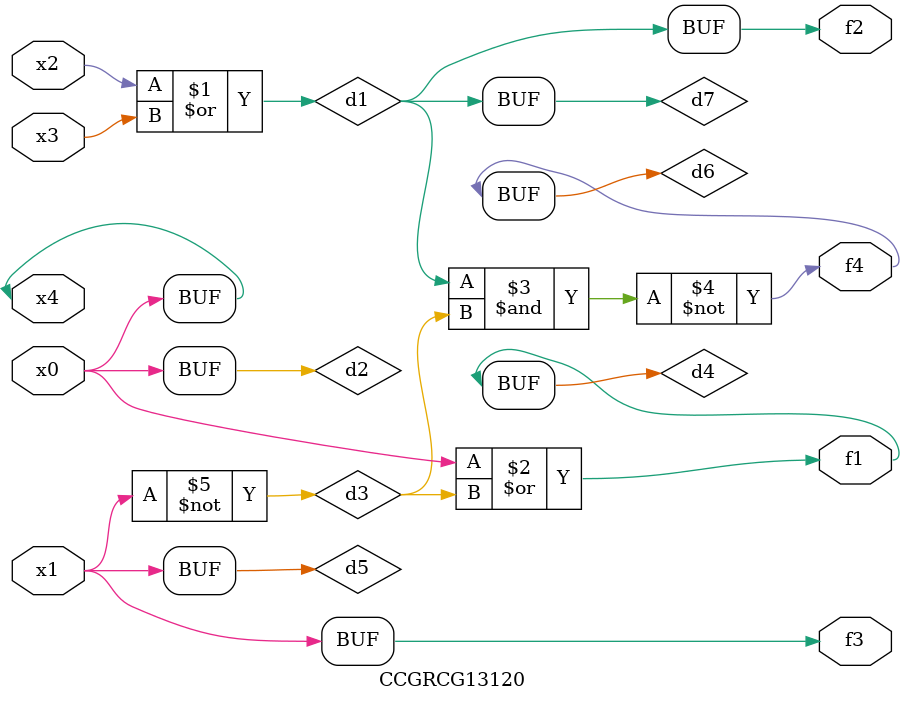
<source format=v>
module CCGRCG13120(
	input x0, x1, x2, x3, x4,
	output f1, f2, f3, f4
);

	wire d1, d2, d3, d4, d5, d6, d7;

	or (d1, x2, x3);
	buf (d2, x0, x4);
	not (d3, x1);
	or (d4, d2, d3);
	not (d5, d3);
	nand (d6, d1, d3);
	or (d7, d1);
	assign f1 = d4;
	assign f2 = d7;
	assign f3 = d5;
	assign f4 = d6;
endmodule

</source>
